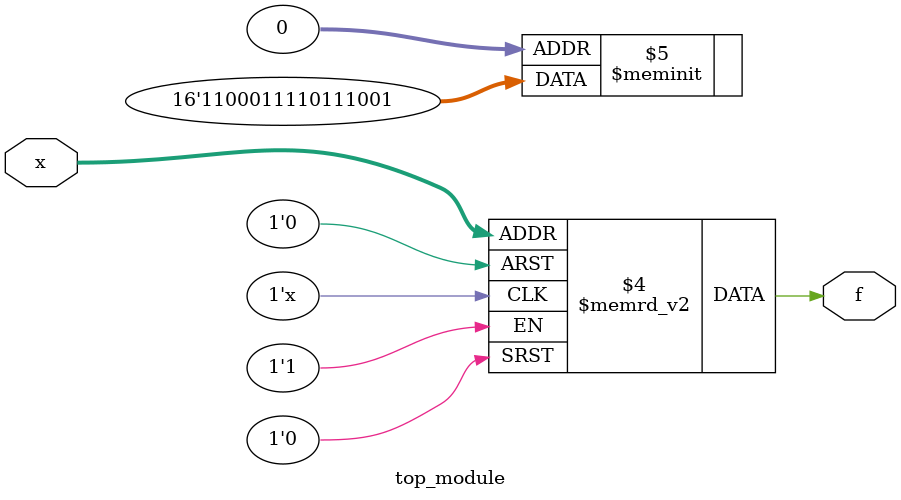
<source format=sv>
module top_module (
	input [4:1] x,
	output logic f
);
	
	always_comb begin
		case (x)
			4'b0000: f = 1'b1;
			4'b0001: f = 1'b0;
			4'b0010: f = 1'b0;
			4'b0011: f = 1'b1;
			4'b0100: f = 1'b1;
			4'b0101: f = 1'b1;
			4'b0110: f = 1'b0;
			4'b0111: f = 1'b1;
			4'b1000: f = 1'b1;
			4'b1001: f = 1'b1;
			4'b1010: f = 1'b1;
			4'b1011: f = 1'b0;
			4'b1100: f = 1'b0;
			4'b1101: f = 1'b0;
			4'b1110: f = 1'b1;
			4'b1111: f = 1'b1;
			default: f = 1'b0;
		endcase
	end
	
endmodule

</source>
